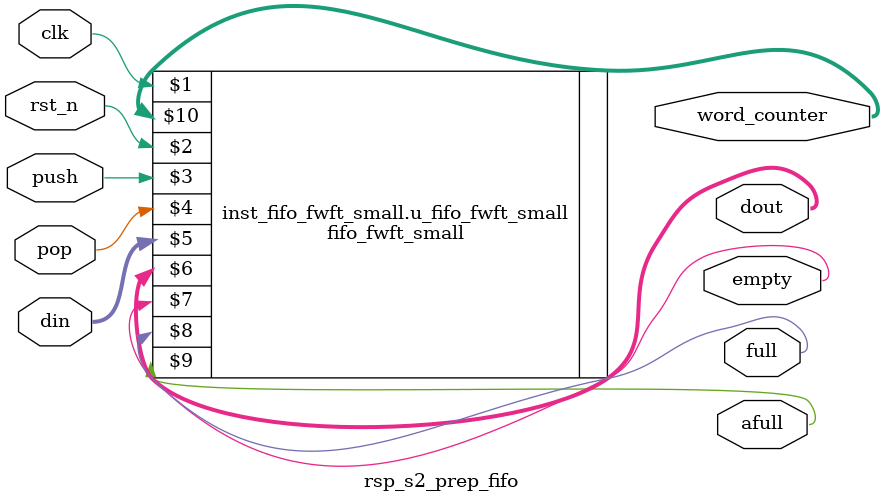
<source format=v>

module rsp_s2_prep_fifo (clk,rst_n,push,pop,din,dout,empty,full,afull,word_counter);
parameter                 WIDTH       = 128;
parameter                 DEPTH_FULL  = 18;
parameter                 THRESH_FULL = DEPTH_FULL / 2;
parameter                 RAM_DELAY   = 1;
parameter                 DEPTH_FULL_BITS = $clog2(DEPTH_FULL);

localparam                LARGER_FIFO_SIZE = 20;

input                          clk;
input                          rst_n;
input                          push;
input                          pop;
input  [WIDTH-1:0]             din;
output [WIDTH-1:0]             dout;
output                         empty;
output                         full;
output                         afull;
output [DEPTH_FULL_BITS:0]     word_counter;

generate if (DEPTH_FULL >= LARGER_FIFO_SIZE) begin: inst_fifo_fwft_large
fifo_fwft_large #(
  .WIDTH(WIDTH),
  .DEPTH_FULL(DEPTH_FULL),
  .THRESH_FULL(THRESH_FULL),
  .RAM_DELAY(RAM_DELAY)
) u_fifo_fwft_large(clk,rst_n,push,pop,din,dout,empty,full,afull,word_counter);
end else begin: inst_fifo_fwft_small
fifo_fwft_small #(
  .WIDTH(WIDTH),
  .DEPTH_FULL(DEPTH_FULL),
  .THRESH_FULL(THRESH_FULL)
) u_fifo_fwft_small(clk,rst_n,push,pop,din,dout,empty,full,afull,word_counter);
end
endgenerate

//initial begin
//assert(DEPTH_FULL > 1);  
//end


endmodule





</source>
